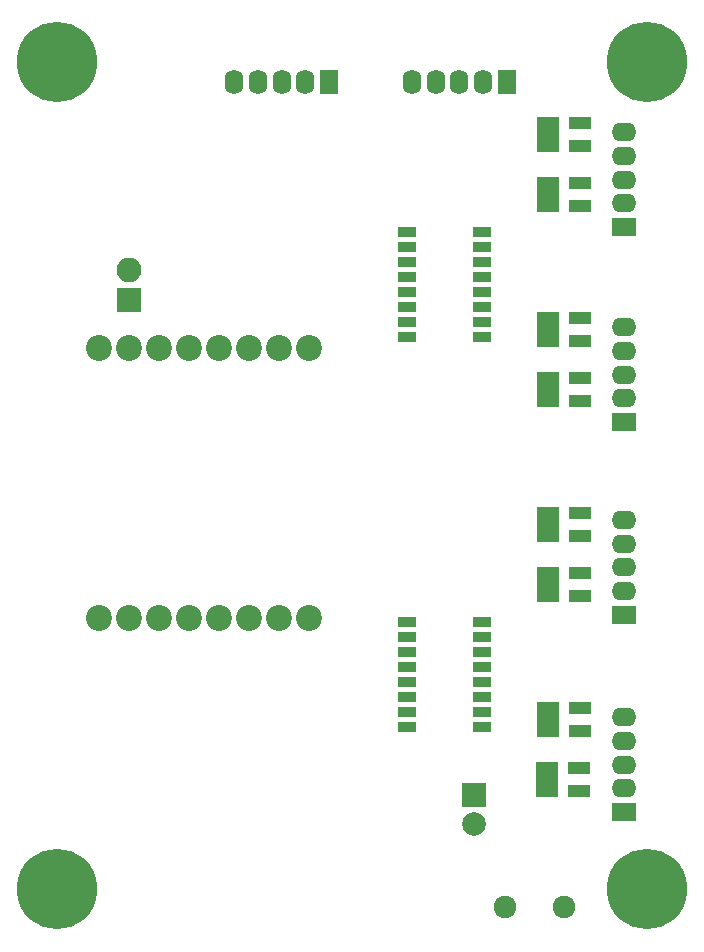
<source format=gts>
G04 #@! TF.FileFunction,Soldermask,Top*
%FSLAX46Y46*%
G04 Gerber Fmt 4.6, Leading zero omitted, Abs format (unit mm)*
G04 Created by KiCad (PCBNEW 4.0.5) date Sunday, 26 February 2017 'PMt' 14:45:35*
%MOMM*%
%LPD*%
G01*
G04 APERTURE LIST*
%ADD10C,0.100000*%
%ADD11C,6.800000*%
%ADD12C,2.200000*%
%ADD13R,2.000000X2.000000*%
%ADD14C,2.000000*%
%ADD15R,1.543000X0.908000*%
%ADD16R,1.960000X1.050000*%
%ADD17R,2.100000X1.600000*%
%ADD18O,2.100000X1.600000*%
%ADD19R,1.600000X2.100000*%
%ADD20O,1.600000X2.100000*%
%ADD21R,2.100000X2.100000*%
%ADD22O,2.100000X2.100000*%
%ADD23C,1.924000*%
G04 APERTURE END LIST*
D10*
D11*
X145000000Y-65000000D03*
X195000000Y-65000000D03*
X195000000Y-135000000D03*
D12*
X166370000Y-89217500D03*
X163830000Y-89217500D03*
X161290000Y-89217500D03*
X158750000Y-89217500D03*
X156210000Y-89217500D03*
X153670000Y-89217500D03*
X151130000Y-89217500D03*
X148590000Y-89217500D03*
X148590000Y-112077500D03*
X151130000Y-112077500D03*
X153670000Y-112077500D03*
X156210000Y-112077500D03*
X158750000Y-112077500D03*
X161290000Y-112077500D03*
X163830000Y-112077500D03*
X166370000Y-112077500D03*
D13*
X180340000Y-127000000D03*
D14*
X180340000Y-129500000D03*
D15*
X174625000Y-121285000D03*
X174625000Y-118745000D03*
X174625000Y-117475000D03*
X174625000Y-116205000D03*
X174625000Y-114935000D03*
X174625000Y-113665000D03*
X174625000Y-112395000D03*
X180975000Y-112395000D03*
X180975000Y-113665000D03*
X180975000Y-114935000D03*
X180975000Y-116205000D03*
X180975000Y-117475000D03*
X180975000Y-118745000D03*
X180975000Y-120015000D03*
X180975000Y-121285000D03*
X174625000Y-120015000D03*
X174625000Y-88265000D03*
X174625000Y-85725000D03*
X174625000Y-84455000D03*
X174625000Y-83185000D03*
X174625000Y-81915000D03*
X174625000Y-80645000D03*
X174625000Y-79375000D03*
X180975000Y-79375000D03*
X180975000Y-80645000D03*
X180975000Y-81915000D03*
X180975000Y-83185000D03*
X180975000Y-84455000D03*
X180975000Y-85725000D03*
X180975000Y-86995000D03*
X180975000Y-88265000D03*
X174625000Y-86995000D03*
D16*
X186530000Y-124780000D03*
X186530000Y-125730000D03*
X186530000Y-126680000D03*
X189230000Y-126680000D03*
X189230000Y-124780000D03*
X186610000Y-119700000D03*
X186610000Y-120650000D03*
X186610000Y-121600000D03*
X189310000Y-121600000D03*
X189310000Y-119700000D03*
X186610000Y-108270000D03*
X186610000Y-109220000D03*
X186610000Y-110170000D03*
X189310000Y-110170000D03*
X189310000Y-108270000D03*
X186610000Y-103190000D03*
X186610000Y-104140000D03*
X186610000Y-105090000D03*
X189310000Y-105090000D03*
X189310000Y-103190000D03*
X186610000Y-91760000D03*
X186610000Y-92710000D03*
X186610000Y-93660000D03*
X189310000Y-93660000D03*
X189310000Y-91760000D03*
X186610000Y-86680000D03*
X186610000Y-87630000D03*
X186610000Y-88580000D03*
X189310000Y-88580000D03*
X189310000Y-86680000D03*
X186610000Y-75250000D03*
X186610000Y-76200000D03*
X186610000Y-77150000D03*
X189310000Y-77150000D03*
X189310000Y-75250000D03*
X186610000Y-70170000D03*
X186610000Y-71120000D03*
X186610000Y-72070000D03*
X189310000Y-72070000D03*
X189310000Y-70170000D03*
D17*
X193040000Y-128460000D03*
D18*
X193040000Y-126460000D03*
X193040000Y-124460000D03*
X193040000Y-122460000D03*
X193040000Y-120460000D03*
D17*
X193040000Y-111760000D03*
D18*
X193040000Y-109760000D03*
X193040000Y-107760000D03*
X193040000Y-105760000D03*
X193040000Y-103760000D03*
D17*
X193040000Y-95440000D03*
D18*
X193040000Y-93440000D03*
X193040000Y-91440000D03*
X193040000Y-89440000D03*
X193040000Y-87440000D03*
D17*
X193040000Y-78930000D03*
D18*
X193040000Y-76930000D03*
X193040000Y-74930000D03*
X193040000Y-72930000D03*
X193040000Y-70930000D03*
D19*
X168020000Y-66675000D03*
D20*
X166020000Y-66675000D03*
X164020000Y-66675000D03*
X162020000Y-66675000D03*
X160020000Y-66675000D03*
D19*
X183070000Y-66675000D03*
D20*
X181070000Y-66675000D03*
X179070000Y-66675000D03*
X177070000Y-66675000D03*
X175070000Y-66675000D03*
D21*
X151130000Y-85090000D03*
D22*
X151130000Y-82550000D03*
D23*
X187920000Y-136525000D03*
X182920000Y-136525000D03*
D11*
X145000000Y-135000000D03*
M02*

</source>
